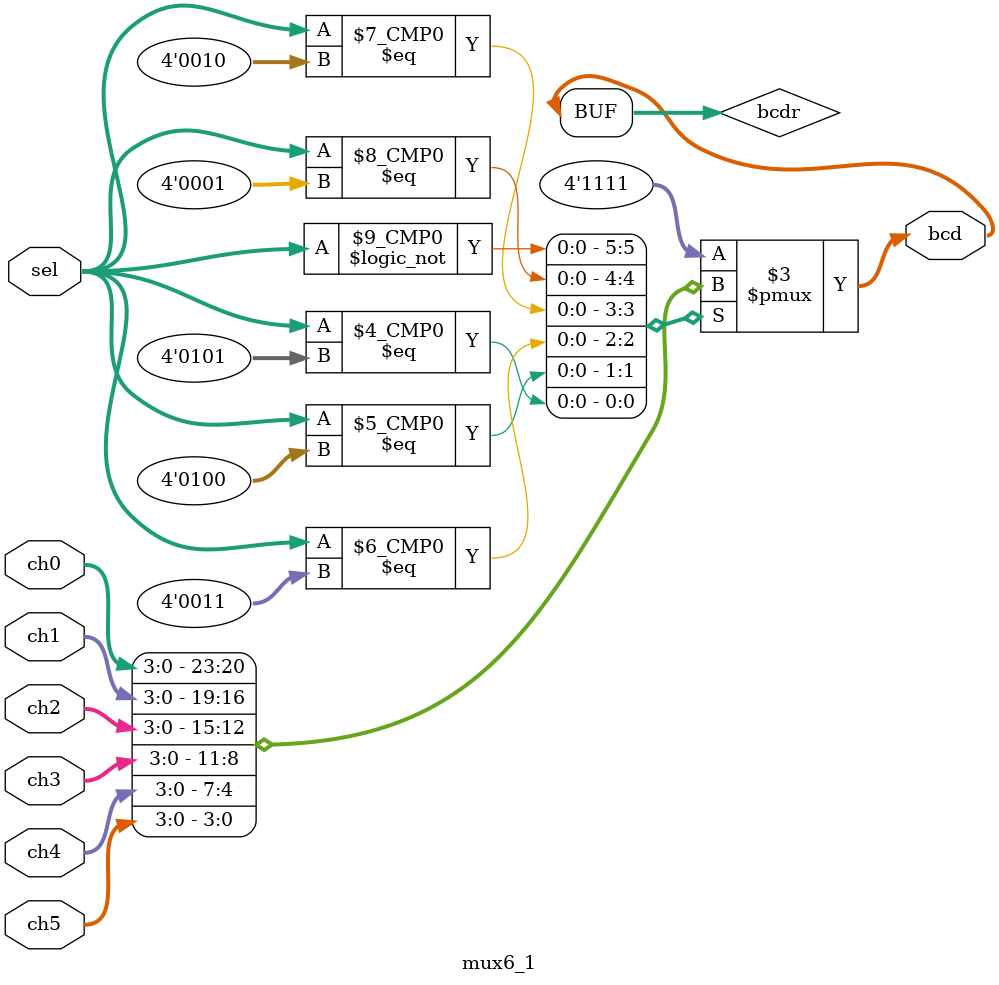
<source format=v>
`timescale 1ns / 1ps
module mux6_1(
    input [3:0] ch0,
    input [3:0] ch1,
    input [3:0] ch2,
    input [3:0] ch3,
    input [3:0] ch4,
    input [3:0] ch5,
    input [3:0] sel,
    output [3:0] bcd
    );
    reg [3:0]bcdr;
    assign bcd=bcdr;
    always @(sel)
    case(sel)
    4'b0000:bcdr<=ch0;
    4'b0001:bcdr<=ch1;
    4'b0010:bcdr<=ch2;
    4'b0011:bcdr<=ch3;
    4'b0100:bcdr<=ch4;
    4'b0101:bcdr<=ch5;
    default:bcdr<=4'b1111;
    endcase
endmodule

</source>
